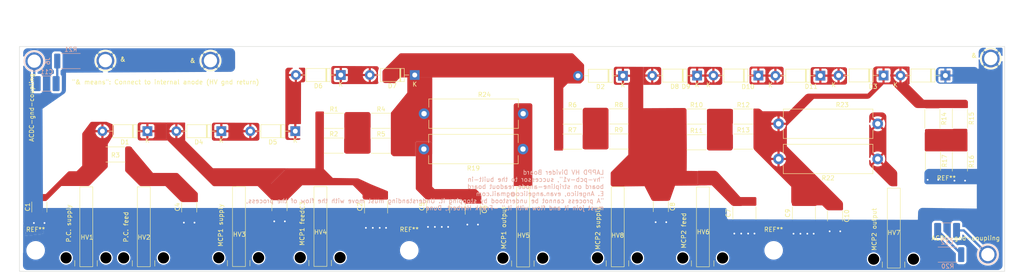
<source format=kicad_pcb>
(kicad_pcb (version 20221018) (generator pcbnew)
  (layers (0 "F.Cu" signal) (31 "B.Cu" signal) (34 "B.Paste" user) (35 "F.Paste" user) (36 "B.SilkS" user "B.Silkscreen") (37 "F.SilkS" user "F.Silkscreen") (38 "B.Mask" user) (39 "F.Mask" user) (44 "Edge.Cuts" user))
  (net 0 "")
  (net 1 "/supply-gnd")
  (net 2 "/cath-in")
  (net 3 "/mcp1input")
  (net 4 "/cath_out")
  (net 5 "/mcp1output")
  (net 6 "/mcp2input")
  (net 7 "/mcp2output")
  (net 8 "Net-(R1-Pad2)")
  (net 9 "Net-(R6-Pad2)")
  (net 10 "Net-(R10-Pad2)")
  (net 11 "Net-(R14-Pad2)")
  (net 12 "Net-(D2-A)")
  (net 13 "Net-(D11-K)")
  (net 14 "Net-(C11-Pad1)")
  (net 15 "Net-(J6-Pin_1)")
  (net 16 "Net-(C12-Pad1)")
  (net 17 "Net-(D4-K)")
  (net 18 "Net-(D5-K)")
  (net 19 "Net-(D6-K)")
  (net 20 "Net-(D8-K)")
  (net 21 "Net-(D10-A)")
  (net 22 "Net-(D10-K)")
  (footprint "MountingHole:MountingHole_3.7mm" (layer "F.Cu") (at 43.486 142.446)
    (fp_text reference "REF**")
    (fp_text value "MountingHole_3.7mm")
  )
  (footprint "Resistor_SMD:R_2512_6332Metric_Pad1.40x3.35mm_HandSolder" (layer "F.Cu") (at 61.531 120.781)
    (fp_text reference "R3")
    (fp_text value "100k")
  )
  (footprint "Capacitor_SMD:C_2220_5650Metric_Pad1.97x5.40mm_HandSolder" (layer "F.Cu") (at 134.438 132.556 90)
    (fp_text reference "C5")
    (fp_text value "1 nF")
  )
  (footprint "Capacitor_SMD:C_1812_4532Metric_Pad1.57x3.40mm_HandSolder" (layer "F.Cu") (at 184.761755 132.5694 -90)
    (fp_text reference "C8")
    (fp_text value "10 pF")
  )
  (footprint "Resistor_SMD:R_2512_6332Metric_Pad1.40x3.35mm_HandSolder" (layer "F.Cu") (at 246.121755 112.696899 -90)
    (fp_text reference "R14")
    (fp_text value "R")
  )
  (footprint "Resistor_SMD:R_2512_6332Metric_Pad1.40x3.35mm_HandSolder" (layer "F.Cu") (at 121.532 118.8)
    (fp_text reference "R5")
    (fp_text value "R")
  )
  (footprint "Capacitor_SMD:C_1812_4532Metric_Pad1.57x3.40mm_HandSolder" (layer "F.Cu") (at 78.188 132.651 90)
    (fp_text reference "C4")
    (fp_text value "100 pF")
  )
  (footprint "Diode_THT:D_DO-41_SOD81_P10.16mm_Horizontal" (layer "F.Cu") (at 192.971755 102.9599 180)
    (fp_text reference "D8")
    (fp_text value "Zener 200V")
  )
  (footprint "stripline-anode-footprints:SHV_cable_interface" (layer "F.Cu") (at 89.37 146.107)
    (fp_text reference "HV3")
    (fp_text value "Conn_01x02")
  )
  (footprint "stripline-anode-footprints:SHV_cable_interface" (layer "F.Cu") (at 237.348755 146.4369)
    (fp_text reference "HV7")
    (fp_text value "Conn_01x02")
  )
  (footprint "stripline-anode-footprints:SHV_cable_interface" (layer "F.Cu") (at 194.209755 146.1669)
    (fp_text reference "HV6")
    (fp_text value "Conn_01x02")
  )
  (footprint "stripline-anode-footprints:SHV_cable_interface" (layer "F.Cu") (at 54.869 146.145)
    (fp_text reference "HV1")
    (fp_text value "Conn_01x02")
  )
  (footprint "MountingHole:MountingHole_3.7mm" (layer "F.Cu") (at 249.292 130.825)
    (fp_text reference "REF**")
    (fp_text value "MountingHole_3.7mm")
  )
  (footprint "TestPoint:TestPoint_Plated_Hole_D3.0mm" (layer "F.Cu") (at 82.991 99.586)
    (fp_text reference "J3" hide)
    (fp_text value "Conn_01x01_Socket")
  )
  (footprint "Diode_THT:D_DO-41_SOD81_P10.16mm_Horizontal" (layer "F.Cu") (at 85.446 115.519 180)
    (fp_text reference "D4")
    (fp_text value "Zener 200V")
  )
  (footprint "Resistor_THT:R_Axial_Power_L20.0mm_W6.4mm_P22.40mm" (layer "F.Cu") (at 233.765 113.845 180)
    (fp_text reference "R23")
    (fp_text value "1M")
  )
  (footprint "Resistor_SMD:R_2512_6332Metric_Pad1.40x3.35mm_HandSolder" (layer "F.Cu") (at 252.345755 122.3779 -90)
    (fp_text reference "R16")
    (fp_text value "R")
  )
  (footprint "Resistor_THT:R_Axial_Power_L20.0mm_W6.4mm_P22.40mm" (layer "F.Cu") (at 153.655 111.563 180)
    (fp_text reference "R24")
    (fp_text value "1M")
  )
  (footprint "stripline-anode-footprints:SHV_cable_interface" (layer "F.Cu") (at 67.869 146.145)
    (fp_text reference "HV2")
    (fp_text value "Conn_01x02")
  )
  (footprint "Diode_THT:D_DO-41_SOD81_P10.16mm_Horizontal" (layer "F.Cu") (at 176.198755 103.0009 180)
    (fp_text reference "D2")
    (fp_text value "Zener 200V")
  )
  (footprint "Resistor_SMD:R_2512_6332Metric_Pad1.40x3.35mm_HandSolder" (layer "F.Cu") (at 121.535 113.169)
    (fp_text reference "R4")
    (fp_text value "R")
  )
  (footprint "Resistor_SMD:R_2512_6332Metric_Pad1.40x3.35mm_HandSolder" (layer "F.Cu") (at 175.246755 117.8479)
    (fp_text reference "R9")
    (fp_text value "R")
  )
  (footprint "Capacitor_SMD:C_2220_5650Metric_Pad1.97x5.40mm_HandSolder" (layer "F.Cu") (at 120.411 132.6295 90)
    (fp_text reference "C2")
    (fp_text value "1 nF")
  )
  (footprint "Resistor_SMD:R_2512_6332Metric_Pad1.40x3.35mm_HandSolder" (layer "F.Cu") (at 192.833755 112.2099)
    (fp_text reference "R10")
    (fp_text value "R")
  )
  (footprint "Capacitor_SMD:C_1812_4532Metric_Pad1.57x3.40mm_HandSolder" (layer "F.Cu") (at 142.266 133.1585 -90)
    (fp_text reference "C6")
    (fp_text value "10 pF")
  )
  (footprint "stripline-anode-footprints:SHV_cable_interface" (layer "F.Cu") (at 153.573 146.194)
    (fp_text reference "HV5")
    (fp_text value "Conn_01x02")
  )
  (footprint "Diode_THT:D_DO-41_SOD81_P10.16mm_Horizontal" (layer "F.Cu") (at 68.7334 115.519 180)
    (fp_text reference "D1")
    (fp_text value "Zener 200V")
  )
  (footprint "Resistor_SMD:R_2512_6332Metric_Pad1.40x3.35mm_HandSolder" (layer "F.Cu") (at 110.902 113.176)
    (fp_text reference "R1")
    (fp_text value "R")
  )
  (footprint "Capacitor_SMD:C_1812_4532Metric_Pad1.57x3.40mm_HandSolder" (layer "F.Cu") (at 224.124755 134.6759 -90)
    (fp_text reference "C10")
    (fp_text value "10 pF")
  )
  (footprint "TestPoint:TestPoint_Plated_Hole_D3.0mm" (layer "F.Cu") (at 259.316955 99.1029)
    (fp_text reference "J2" hide)
    (fp_text value "Conn_01x01_Socket")
  )
  (footprint "Resistor_SMD:R_2512_6332Metric_Pad1.40x3.35mm_HandSolder" (layer "F.Cu") (at 192.833755 118.0289)
    (fp_text reference "R11")
    (fp_text value "R")
  )
  (footprint "Diode_THT:D_DO-41_SOD81_P10.16mm_Horizontal" (layer "F.Cu") (at 206.796 102.944 180)
    (fp_text reference "D9")
    (fp_text value "Zener 200V")
  )
  (footprint "MountingHole:MountingHole_3.7mm" (layer "F.Cu") (at 210.254 142.446)
    (fp_text reference "REF**")
    (fp_text value "MountingHole_3.7mm")
  )
  (footprint "Capacitor_SMD:C_1812_4532Metric_Pad1.57x3.40mm_HandSolder" (layer "F.Cu") (at 44.327 132.651 90)
    (fp_text reference "C1")
    (fp_text value "100 pF")
  )
  (footprint "Resistor_SMD:R_2512_6332Metric_Pad1.40x3.35mm_HandSolder" (layer "F.Cu") (at 246.256757 122.241901 -90)
    (fp_text reference "R17")
    (fp_text value "R")
  )
  (footprint "Diode_THT:D_DO-41_SOD81_P10.16mm_Horizontal" (layer "F.Cu") (at 249.068 102.939 180)
    (fp_text reference "D3")
    (fp_text value "Zener 200V")
  )
  (footprint "Resistor_SMD:R_2512_6332Metric_Pad1.40x3.35mm_HandSolder" (layer "F.Cu") (at 164.761755 117.8799)
    (fp_text reference "R7")
    (fp_text value "R")
  )
  (footprint "Diode_THT:D_DO-41_SOD81_P10.16mm_Horizontal" (layer "F.Cu") (at 220.808 102.979 180)
    (fp_text reference "D10")
    (fp_text value "Zener 200V")
  )
  (footprint "Resistor_SMD:R_2512_6332Metric_Pad1.40x3.35mm_HandSolder" (layer "F.Cu") (at 164.787755 112.2199)
    (fp_text reference "R6")
    (fp_text value "R")
  )
  (footprint "Diode_THT:D_DO-41_SOD81_P10.16mm_Horizontal" (layer "F.Cu") (at 235.087 102.919 180)
    (fp_text reference "D11")
    (fp_text value "Zener 150V")
  )
  (footprint "Resistor_THT:R_Axial_Power_L20.0mm_W6.4mm_P22.40mm" (layer "F.Cu") (at 233.765 121.795 180)
    (fp_text reference "R22")
    (fp_text value "10k")
  )
  (footprint "Resistor_SMD:R_2512_6332Metric_Pad1.40x3.35mm_HandSolder" (layer "F.Cu") (at 110.855 118.781)
    (fp_text reference "R2")
    (fp_text value "R")
  )
  (footprint "MountingHole:MountingHole_3.7mm" (layer "F.Cu") (at 127.916 142.446)
    (fp_text reference "REF**")
    (fp_text value "MountingHole_3.7mm")
  )
  (footprint "Resistor_SMD:R_2512_6332Metric_Pad1.40x3.35mm_HandSolder" (layer "F.Cu") (at 203.399755 112.2099)
    (fp_text reference "R12")
    (fp_text value "R")
  )
  (footprint "stripline-anode-footprints:SHV_cable_interface" (layer "F.Cu") (at 107.779 146.074)
    (fp_text reference "HV4")
    (fp_text value "Conn_01x02")
  )
  (footprint "Capacitor_SMD:C_1812_4532Metric_Pad1.57x3.40mm_HandSolder" (layer "F.Cu") (at 98.585 132.3735 -90)
    (fp_text reference "C3")
    (fp_text value "10 pF")
  )
  (footprint "Resistor_SMD:R_2512_6332Metric_Pad1.40x3.35mm_HandSolder" (layer "F.Cu") (at 203.399755 117.8759)
    (fp_text reference "R13")
    (fp_text value "R")
  )
  (footprint "Resistor_SMD:R_2512_6332Metric_Pad1.40x3.35mm_HandSolder" (layer "F.Cu") (at 175.272755 112.1879)
    (fp_text reference "R8")
    (fp_text value "R")
  )
  (footprint "Resistor_THT:R_Axial_Power_L20.0mm_W6.4mm_P22.40mm" (layer "F.Cu") (at 153.610001 119.561001 180)
    (fp_text reference "R19")
    (fp_text value "10k")
  )
  (footprint "Capacitor_SMD:C_2220_5650Metric_Pad1.97x5.40mm_HandSolder" (layer "F.Cu") (at 217.093755 134.0479 90)
    (fp_text reference "C9")
    (fp_text value "1 nF")
  )
  (footprint "Diode_THT:D_DO-41_SOD81_P10.16mm_Horizontal" (layer "F.Cu") (at 112.4384 102.825 180)
    (fp_text reference "D6")
    (fp_text value "Zener 200V")
  )
  (footprint "stripline-anode-footprints:SHV_cable_interface" (layer "F.Cu") (at 174.960755 146.1549)
    (fp_text reference "HV8")
    (fp_text value "Conn_01x02")
  )
  (footprint "Resistor_SMD:R_2512_6332Metric_Pad1.40x3.35mm_HandSolder" (layer "F.Cu") (at 252.345756 112.6349 -90)
    (fp_text reference "R15")
    (fp_text value "R")
  )
  (footprint "Diode_THT:D_DO-41_SOD81_P10.16mm_Horizontal" (layer "F.Cu") (at 129.151 102.825 180)
    (fp_text reference "D7")
    (fp_text value "Zener 150V")
  )
  (footprint "TestPoint:TestPoint_Plated_Hole_D3.0mm" (layer "F.Cu") (at 59.253 99.585)
    (fp_text reference "J1" hide)
    (fp_text value "Conn_01x01_Socket")
  )
  (footprint "Diode_THT:D_DO-41_SOD81_P10.16mm_Horizontal" (layer "F.Cu") (at 102.1586 115.519 180)
    (fp_text reference "D5")
    (fp_text value "Zener 200V")
  )
  (footprint "Capacitor_SMD:C_2220_5650Metric_Pad1.97x5.40mm_HandSolder" (layer "F.Cu") (at 203.649755 134.0339 90)
    (fp_text reference "C7")
    (fp_text value "1 nF")
  )
  (footprint "Resistor_SMD:R_2512_6332Metric_Pad1.40x3.35mm_HandSolder" (layer "B.Cu") (at 249.581254 143.413901)
    (fp_text reference "R20")
    (fp_text value "R")
  )
  (footprint "TestPoint:TestPoint_Plated_Hole_D3.0mm" (layer "B.Cu") (at 43.169 99.695503 90)
    (fp_text reference "J6")
    (fp_text value "Conn_01x01_Socket")
  )
  (footprint "Capacitor_SMD:C_1812_4532Metric_Pad1.57x3.40mm_HandSolder" (layer "B.Cu") (at 249.449755 137.9519)
    (fp_text reference "C12")
    (fp_text value "10 pF")
  )
  (footprint "TestPoint:TestPoint_Plated_Hole_D3.0mm" (layer "B.Cu") (at 258.656755 143.3929 -90)
    (fp_text reference "J7" hide)
    (fp_text value "Conn_01x01_Socket")
  )
  (footprint "Resistor_SMD:R_2512_6332Metric_Pad1.40x3.35mm_HandSolder" (layer "B.Cu") (at 51.416 99.667 180)
    (fp_text reference "R21")
    (fp_text value "R")
  )
  (footprint "Capacitor_SMD:C_1812_4532Metric_Pad1.57x3.40mm_HandSolder" (layer "B.Cu") (at 45.971 104.769 180)
    (fp_text reference "C11")
    (fp_text value "10 pF")
  )
  (gr_line (start 39.832 96.386) (end 262.451 96.386) (stroke (width 0.1)) (layer "Edge.Cuts"))
  (gr_line (start 39.832 147.186) (end 39.832 96.386) (stroke (width 0.1)) (layer "Edge.Cuts"))
  (gr_line (start 262.451 96.386) (end 262.451 147.186) (stroke (width 0.1)) (layer "Edge.Cuts"))
  (gr_line (start 262.449 147.186) (end 39.832 147.186) (stroke (width 0.1)) (layer "Edge.Cuts"))
  (gr_text "LAPPD HV Divider Board\n{dblquote}hv-pcb-v1{dblquote}, successor to the built-in\nboard on stripline-anode readout board\nE. Angelico, evan.angelico@gmail.com\n{dblquote}A process cannot be understood by stopping it. Understanding must move with the flow of the process, \nmust join it and flow with it.{dblquote} -Frank Herbert, Dune" (at 171.994 133.463) (layer "B.SilkS") (effects (font (size 1 1)) (justify left bottom mirror)))
  (gr_text "MCP1 output" (at 149.861 142.275 90) (layer "F.SilkS") (effects (font (size 1 1)) (justify left bottom)))
  (gr_text "{dblquote}& means{dblquote}: Connect to internal anode (HV gnd return)" (at 51.6 105.009) (layer "F.SilkS") (effects (font (size 1 1)) (justify left bottom)))
  (gr_text "MCP1 supply" (at 85.88 141.711 90) (layer "F.SilkS") (effects (font (size 1 1)) (justify left bottom)))
  (gr_text "MCP1 feed" (at 104.29 141.49 90) (layer "F.SilkS") (effects (font (size 1 1)) (justify left bottom)))
  (gr_text "P.C. supply" (at 51.548 140.716 90) (layer "F.SilkS") (effects (font (size 1 1)) (justify left bottom)))
  (gr_text "&" (at 62.472 99.869) (layer "F.SilkS") (effects (font (size 1 1)) (justify left bottom)))
  (gr_text "ACDC-gnd-coupling\n" (at 245.844 140.268) (layer "F.SilkS") (effects (font (size 1 1)) (justify left bottom)))
  (gr_text "&" (at 254.829 99.015) (layer "F.SilkS") (effects (font (size 1 1)) (justify left bottom)))
  (gr_text "MCP2 feed" (at 190.529 142.1 90) (layer "F.SilkS") (effects (font (size 1 1)) (justify left bottom)))
  (gr_text "&" (at 78.262 100.174) (layer "F.SilkS") (effects (font (size 1 1)) (justify left bottom)))
  (gr_text "MCP2 supply" (at 171.112 142.405 90) (layer "F.SilkS") (effects (font (size 1 1)) (justify left bottom)))
  (gr_text "ACDC-gnd-coupling\n" (at 43.168 118.001 90) (layer "F.SilkS") (effects (font (size 1 1)) (justify left bottom)))
  (gr_text "MCP2 output\n" (at 233.574 142.617 90) (layer "F.SilkS") (effects (font (size 1 1)) (justify left bottom)))
  (gr_text "P.C. feed" (at 64.485 140.716 90) (layer "F.SilkS") (effects (font (size 1 1)) (justify left bottom)))
  (segment (start 44.327 134.7885) (end 44.327 135.106) (width 0.508) (layer "F.Cu") (net 1))
  (segment (start 44.327 134.7885) (end 44.327 135.032) (width 0.508) (layer "F.Cu") (net 1))
  (via (at 225.306 138.146) (size 0.8) (drill 0.4) (layers "F.Cu" "B.Cu") (net 1))
  (via (at 253.509 126.699) (size 0.8) (drill 0.4) (layers "F.Cu" "B.Cu") (net 1))
  (via (at 201.368 138.657) (size 0.8) (drill 0.4) (layers "F.Cu" "B.Cu") (net 1))
  (via (at 219.298 138.686) (size 0.8) (drill 0.4) (layers "F.Cu" "B.Cu") (net 1))
  (via (at 76.986 136.183) (size 0.8) (drill 0.4) (layers "F.Cu" "B.Cu") (net 1))
  (via (at 251.111 126.699) (size 0.8) (drill 0.4) (layers "F.Cu" "B.Cu") (net 1))
  (via (at 97.406 135.895) (size 0.8) (drill 0.4) (layers "F.Cu" "B.Cu") (net 1))
  (via (at 135.264 137.155) (size 0.8) (drill 0.4) (layers "F.Cu" "B.Cu") (net 1))
  (via (at 216.305 138.686) (size 0.8) (drill 0.4) (layers "F.Cu" "B.Cu") (net 1))
  (via (at 205.921 138.657) (size 0.8) (drill 0.4) (layers "F.Cu" "B.Cu") (net 1))
  (via (at 122.669 137.367) (size 0.8) (drill 0.4) (layers "F.Cu" "B.Cu") (net 1))
  (via (at 204.488 138.657) (size 0.8) (drill 0.4) (layers "F.Cu" "B.Cu") (net 1))
  (via (at 133.704 137.155) (size 0.8) (drill 0.4) (layers "F.Cu" "B.Cu") (net 1))
  (via (at 119.676 137.367) (size 0.8) (drill 0.4) (layers "F.Cu" "B.Cu") (net 1))
  (via (at 222.908 138.146) (size 0.8) (drill 0.4) (layers "F.Cu" "B.Cu") (net 1))
  (via (at 217.865 138.686) (size 0.8) (drill 0.4) (layers "F.Cu" "B.Cu") (net 1))
  (via (at 79.384 136.183) (size 0.8) (drill 0.4) (layers "F.Cu" "B.Cu") (net 1))
  (via (at 245.052 126.507) (size 0.8) (drill 0.4) (layers "F.Cu" "B.Cu") (net 1))
  (via (at 247.45 126.507) (size 0.8) (drill 0.4) (layers "F.Cu" "B.Cu") (net 1))
  (via (at 202.928 138.657) (size 0.8) (drill 0.4) (layers "F.Cu" "B.Cu") (net 1))
  (via (at 43.091 136.268) (size 0.8) (drill 0.4) (layers "F.Cu" "B.Cu") (net 1))
  (via (at 132.144 137.155) (size 0.8) (drill 0.4) (layers "F.Cu" "B.Cu") (net 1))
  (via (at 136.697 137.155) (size 0.8) (drill 0.4) (layers "F.Cu" "B.Cu") (net 1))
  (via (at 214.745 138.686) (size 0.8) (drill 0.4) (layers "F.Cu" "B.Cu") (net 1))
  (via (at 121.236 137.367) (size 0.8) (drill 0.4) (layers "F.Cu" "B.Cu") (net 1))
  (via (at 183.589 136.08) (size 0.8) (drill 0.4) (layers "F.Cu" "B.Cu") (net 1))
  (via (at 185.987 136.08) (size 0.8) (drill 0.4) (layers "F.Cu" "B.Cu") (net 1))
  (via (at 99.804 135.895) (size 0.8) (drill 0.4) (layers "F.Cu" "B.Cu") (net 1))
  (via (at 141.039 136.626) (size 0.8) (drill 0.4) (layers "F.Cu" "B.Cu") (net 1))
  (via (at 118.116 137.367) (size 0.8) (drill 0.4) (layers "F.Cu" "B.Cu") (net 1))
  (via (at 45.489 136.268) (size 0.8) (drill 0.4) (layers "F.Cu" "B.Cu") (net 1))
  (via (at 143.437 136.626) (size 0.8) (drill 0.4) (layers "F.Cu" "B.Cu") (net 1))
  (segment (start 48.366 99.667) (end 48.366 104.5115) (width 0.508) (layer "B.Cu") (net 14))
  (segment (start 48.366 104.5115) (end 48.1085 104.769) (width 0.508) (layer "B.Cu") (net 14))
  (segment (start 43.8335 104.769) (end 43.169 104.1045) (width 0.508) (layer "B.Cu") (net 15))
  (segment (start 43.169 104.1045) (end 43.169 99.695503) (width 0.508) (layer "B.Cu") (net 15))
  (segment (start 251.587255 137.9519) (end 253.215755 137.9519) (width 0.508) (layer "B.Cu") (net 15))
  (segment (start 253.215755 137.9519) (end 258.656755 143.3929) (width 0.508) (layer "B.Cu") (net 15))
  (segment (start 43.149 99.715503) (end 43.169 99.695503) (width 1.905) (layer "B.Cu") (net 15))
  (segment (start 252.631254 143.413901) (end 252.631254 143.270899) (width 0.508) (layer "B.Cu") (net 16))
  (segment (start 252.631254 143.270899) (end 247.312255 137.9519) (width 0.508) (layer "B.Cu") (net 16))
  (zone (net 1) (net_name "/supply-gnd") (layer "F.Cu") (priority 20) (connect_pads thru_hole_only (clearance 0.508)) (min_thickness 0.25) (fill yes (thermal_gap 0.5) (thermal_bridge_width 0.5) (smoothing fillet) (radius 0.508))
    (polygon (pts (xy 140.494 135.884) (xy 140.494 137.122) (xy 143.857 137.122) (xy 143.944 137.035) (xy 143.944 135.754) (xy 143.932 135.742) (xy 140.636 135.742)))
  )
  (zone (net 1) (net_name "/supply-gnd") (layer "F.Cu") (priority 19) (connect_pads thru_hole_only (clearance 0.508)) (min_thickness 0.25) (fill yes (thermal_gap 0.5) (thermal_bridge_width 0.5) (smoothing fillet) (radius 0.508))
    (polygon (pts (xy 200.944 137.338) (xy 200.944 139.001) (xy 201.034 139.091) (xy 206.469 139.091) (xy 206.469 137.436) (xy 206.297 137.264) (xy 201.018 137.264)))
  )
  (zone (net 20) (net_name "Net-(D8-K)") (layer "F.Cu") (priority 2) (connect_pads thru_hole_only (clearance 1)) (min_thickness 0.25) (fill yes (thermal_gap 0.5) (thermal_bridge_width 0.5) (smoothing fillet) (radius 0.508))
    (polygon (pts (xy 190.817453 100.955772) (xy 190.817453 105.0509) (xy 198.652704 105.0509) (xy 198.641669 100.994456)))
  )
  (zone (net 13) (net_name "Net-(D11-K)") (layer "F.Cu") (priority 15) (connect_pads thru_hole_only (clearance 1)) (min_thickness 0.25) (fill yes (thermal_gap 0.5) (thermal_bridge_width 0.5) (smoothing fillet) (radius 1.016))
    (polygon (pts (xy 237.234 100.894) (xy 237.234 105.157) (xy 242.372 110.295) (xy 254.116 110.295) (xy 254.153 110.258) (xy 254.153 108.753) (xy 253.823 108.423) (xy 244.207 108.423) (xy 240.547881 104.763881) (xy 240.547 100.899)))
  )
  (zone (net 22) (net_name "Net-(D10-K)") (layer "F.Cu") (priority 2) (connect_pads thru_hole_only (clearance 1)) (min_thickness 0.25) (fill yes (thermal_gap 0.5) (thermal_bridge_width 0.5) (smoothing fillet) (radius 0.508))
    (polygon (pts (xy 218.615453 101.031872) (xy 218.615453 105) (xy 226.844639 105) (xy 226.833954 101.072505)))
  )
  (zone (net 1) (net_name "/supply-gnd") (layer "F.Cu") (priority 19) (connect_pads thru_hole_only (clearance 0.508)) (min_thickness 0.25) (fill yes (thermal_gap 0.5) (thermal_bridge_width 0.5) (smoothing fillet) (radius 0.508))
    (polygon (pts (xy 214.321 137.367) (xy 214.321 139.03) (xy 214.411 139.12) (xy 219.846 139.12) (xy 219.846 137.465) (xy 219.674 137.293) (xy 214.395 137.293)))
  )
  (zone (net 1) (net_name "/supply-gnd") (layer "F.Cu") (priority 20) (connect_pads thru_hole_only (clearance 0.508)) (min_thickness 0.25) (fill yes (thermal_gap 0.5) (thermal_bridge_width 0.5) (smoothing fillet) (radius 0.508))
    (polygon (pts (xy 250.566 125.957) (xy 250.566 127.195) (xy 253.929 127.195) (xy 254.016 127.108) (xy 254.016 125.827) (xy 254.004 125.815) (xy 250.708 125.815)))
  )
  (zone (net 1) (net_name "/supply-gnd") (layer "F.Cu") (priority 19) (connect_pads thru_hole_only (clearance 0.508)) (min_thickness 0.25) (fill yes (thermal_gap 0.5) (thermal_bridge_width 0.5) (smoothing fillet) (radius 0.508))
    (polygon (pts (xy 131.72 135.836) (xy 131.72 137.499) (xy 131.81 137.589) (xy 137.245 137.589) (xy 137.245 135.934) (xy 137.073 135.762) (xy 131.794 135.762)))
  )
  (zone (net 21) (net_name "Net-(D10-A)") (layer "F.Cu") (priority 2) (connect_pads thru_hole_only (clearance 1)) (min_thickness 0.25) (fill yes (thermal_gap 0.5) (thermal_bridge_width 0.5) (smoothing fillet) (radius 0.508))
    (polygon (pts (xy 204.791453 100.904872) (xy 204.791453 105) (xy 212.517518 105) (xy 212.506481 100.943016)))
  )
  (zone (net 1) (net_name "/supply-gnd") (layer "F.Cu") (priority 20) (connect_pads thru_hole_only (clearance 0.508)) (min_thickness 0.25) (fill yes (thermal_gap 0.5) (thermal_bridge_width 0.5) (smoothing fillet) (radius 0.508))
    (polygon (pts (xy 222.363 137.404) (xy 222.363 138.642) (xy 225.726 138.642) (xy 225.813 138.555) (xy 225.813 137.274) (xy 225.801 137.262) (xy 222.505 137.262)))
  )
  (zone (net 11) (net_name "Net-(R14-Pad2)") (layer "F.Cu") (priority 16) (connect_pads thru_hole_only (clearance 1)) (min_thickness 0.25) (fill yes (thermal_gap 0.5) (thermal_bridge_width 0.5) (smoothing fillet) (radius 1.016))
    (polygon (pts (xy 244.339 115.038) (xy 254.055 115.038) (xy 254.055 119.957) (xy 253.933 120.079) (xy 244.583 120.079) (xy 244.4 119.896) (xy 244.4 115.007) (xy 244.37 115.007)))
  )
  (zone (net 19) (net_name "Net-(D6-K)") (layer "F.Cu") (priority 2) (connect_pads thru_hole_only (clearance 1)) (min_thickness 0.25) (fill yes (thermal_gap 0.5) (thermal_bridge_width 0.5) (smoothing fillet) (radius 0.508))
    (polygon (pts (xy 110.294 100.781872) (xy 110.294 104.877) (xy 121.031302 104.877) (xy 121.020306 100.834904)))
  )
  (zone (net 1) (net_name "/supply-gnd") (layer "F.Cu") (priority 20) (connect_pads thru_hole_only (clearance 0.508)) (min_thickness 0.25) (fill yes (thermal_gap 0.5) (thermal_bridge_width 0.5) (smoothing fillet) (radius 0.508))
    (polygon (pts (xy 244.507 125.765) (xy 244.507 127.003) (xy 247.87 127.003) (xy 247.957 126.916) (xy 247.957 125.635) (xy 247.945 125.623) (xy 244.649 125.623)))
  )
  (zone (net 1) (net_name "/supply-gnd") (layer "F.Cu") (priority 20) (connect_pads thru_hole_only (clearance 0.508)) (min_thickness 0.25) (fill yes (thermal_gap 0.5) (thermal_bridge_width 0.5) (smoothing fillet) (radius 0.508))
    (polygon (pts (xy 42.546 135.526) (xy 42.546 136.764) (xy 45.909 136.764) (xy 45.996 136.677) (xy 45.996 135.396) (xy 45.984 135.384) (xy 42.688 135.384)))
  )
  (zone (net 13) (net_name "Net-(D11-K)") (layer "F.Cu") (priority 13) (connect_pads thru_hole_only (clearance 1)) (min_thickness 0.25) (fill yes (thermal_gap 0.5) (thermal_bridge_width 0.5) (smoothing fillet) (radius 1.016))
    (polygon (pts (xy 232.584 100.871682) (xy 232.584 105.927) (xy 231.473 107.038) (xy 217.725 107.038) (xy 213.741 111.022) (xy 207.743 111.022) (xy 207.129 110.408) (xy 205.733 110.408) (xy 205.693 110.448) (xy 205.693 119.548) (xy 214.227 128.082) (xy 214.227 132.406) (xy 219.85 132.406) (xy 219.975 132.281) (xy 221.225 132.281) (xy 222.349 133.405) (xy 225.765 133.405) (xy 225.931 133.239) (xy 225.931 131.615) (xy 213.243 118.927) (xy 213.243 114.311) (xy 219.347 108.207) (xy 231.821 108.207) (xy 236.593 103.435) (xy 236.593 101.13) (xy 236.334682 100.871682)))
  )
  (zone (net 17) (net_name "Net-(D4-K)") (layer "F.Cu") (priority 2) (connect_pads thru_hole_only (clearance 1)) (min_thickness 0.25) (fill yes (thermal_gap 0.5) (thermal_bridge_width 0.5) (smoothing fillet) (radius 0.508))
    (polygon (pts (xy 83.312 113.580872) (xy 83.312 117.676) (xy 94.049302 117.676) (xy 94.038306 113.633904)))
  )
  (zone (net 2) (net_name "/cath-in") (layer "F.Cu") (connect_pads thru_hole_only (clearance 1)) (min_thickness 0.25) (fill yes (thermal_gap 0.5) (thermal_bridge_width 0.5) (smoothing fillet) (radius 0.508))
    (polygon (pts (xy 61.115 114.068) (xy 61.115 116.249552) (xy 60.291967 117.652967) (xy 59.794 118.422) (xy 59.794 123.651) (xy 55.541 127.904) (xy 49.296 127.904) (xy 46.01417 131.18583) (xy 44.35547 131.14653) (xy 50.934 124.568) (xy 52.755 124.568) (xy 54.011 123.312) (xy 54.011 116.027) (xy 55.97 113.399) (xy 59.534 113.399)))
  )
  (zone (net 13) (net_name "Net-(D11-K)") (layer "F.Cu") (priority 2) (connect_pads thru_hole_only (clearance 1)) (min_thickness 0.25) (fill yes (thermal_gap 0.5) (thermal_bridge_width 0.5) (smoothing fillet) (radius 0.508))
    (polygon (pts (xy 232.584 100.871682) (xy 232.584 104.932) (xy 240.977881 104.932) (xy 240.966947 100.913127)))
  )
  (zone (net 6) (net_name "/mcp2input") (layer "F.Cu") (priority 11) (connect_pads thru_hole_only (clearance 1)) (min_thickness 0.25) (fill yes (thermal_gap 0.5) (thermal_bridge_width 0.5) (smoothing fillet) (radius 0.508))
    (polygon (pts (xy 173.426755 128.0139) (xy 173.426755 124.8379) (xy 177.404755 120.8599) (xy 177.404755 100.9699) (xy 180.789755 100.983) (xy 180.789755 110.323936) (xy 190.558186 110.277863) (xy 190.635755 119.8619) (xy 190.616755 123.721676) (xy 190.597755 124.490155) (xy 195.26246 124.54805) (xy 195.251342 127.794262) (xy 187.964 127.847) (xy 186.766296 131.248358) (xy 182.805368 131.286068) (xy 181.080755 127.953626) (xy 175.728755 128.0139)))
  )
  (zone (net 7) (net_name "/mcp2output") (layer "F.Cu") (priority 14) (connect_pads thru_hole_only (clearance 1)) (min_thickness 0.25) (fill yes (thermal_gap 0.5) (thermal_bridge_width 0.5) (smoothing fillet) (radius 1.016))
    (polygon (pts (xy 238.185 124.685) (xy 235.722 122.222) (xy 235.722 111.275) (xy 231.845 111.275) (xy 231.845 123.18) (xy 236.634 127.969) (xy 238.093 127.969) (xy 238.185 127.877)))
  )
  (zone (net 10) (net_name "Net-(R10-Pad2)") (layer "F.Cu") (priority 6) (connect_pads thru_hole_only (clearance 1)) (min_thickness 0.25) (fill yes (thermal_gap 0.5) (thermal_bridge_width 0.5) (smoothing fillet) (radius 0.508))
    (polygon (pts (xy 195.107 110.4639) (xy 200.992 110.4639) (xy 200.992 120.1149) (xy 201.226 119.8809) (xy 195.166 119.8809) (xy 195.194 119.9089) (xy 195.194 110.3769)))
  )
  (zone (net 9) (net_name "Net-(R6-Pad2)") (layer "F.Cu") (priority 6) (connect_pads thru_hole_only (clearance 1)) (min_thickness 0.25) (fill yes (thermal_gap 0.5) (thermal_bridge_width 0.5) (smoothing fillet) (radius 0.508))
    (polygon (pts (xy 166.965755 110.2279) (xy 172.937755 110.2279) (xy 172.937755 119.7919) (xy 173.084755 119.6449) (xy 167.024755 119.6449) (xy 167.135755 119.7559) (xy 167.135755 110.0579)))
  )
  (zone (net 3) (net_name "/mcp1input") (layer "F.Cu") (priority 3) (connect_pads thru_hole_only (clearance 1)) (min_thickness 0.25) (fill yes (thermal_gap 0.5) (thermal_bridge_width 0.5) (smoothing fillet) (radius 0.508))
    (polygon (pts (xy 93.663 127.926) (xy 96.849 131.112) (xy 100.563 131.112) (xy 100.563 123.895) (xy 83.549302 123.895) (xy 77.273306 117.619004) (xy 77.273306 113.587904) (xy 77.248402 113.563) (xy 72.959 113.563) (xy 72.959 117.281) (xy 83.626 127.948) (xy 88.831 127.948) (xy 88.853 127.926)))
  )
  (zone (net 12) (net_name "Net-(D2-A)") (layer "F.Cu") (priority 9) (connect_pads yes (clearance 1)) (min_thickness 0.25) (fill yes (thermal_gap 0.5) (thermal_bridge_width 0.5) (smoothing fillet) (radius 0.508))
    (polygon (pts (xy 125.839755 97.9159) (xy 164.874755 97.9159) (xy 167.423755 100.4649) (xy 167.423755 103.9649) (xy 166.640755 104.7479) (xy 163.713755 104.7479) (xy 162.721755 105.7399) (xy 162.721755 119.7419) (xy 162.565755 119.8979) (xy 160.736755 119.8979) (xy 160.631755 119.7929) (xy 160.5939 103.384195) (xy 125.85046 103.384195) (xy 124.794755 104.4399) (xy 124.794755 104.6439) (xy 122.234755 104.6439) (xy 121.858755 104.2679) (xy 121.858755 101.8969)))
  )
  (zone (net 6) (net_name "/mcp2input") (layer "F.Cu") (priority 12) (connect_pads thru_hole_only (clearance 1)) (min_thickness 0.25) (fill yes (thermal_gap 0.5) (thermal_bridge_width 0.5) (smoothing fillet) (radius 1.016))
    (polygon (pts (xy 193.346 127.748) (xy 196.267 127.748) (xy 200.942 132.423) (xy 204.545407 132.423) (xy 197.365407 124.483) (xy 193.139 124.483) (xy 193.139 127.541)))
  )
  (zone (net 1) (net_name "/supply-gnd") (layer "F.Cu") (priority 19) (connect_pads thru_hole_only (clearance 0.508)) (min_thickness 0.25) (fill yes (thermal_gap 0.5) (thermal_bridge_width 0.5) (smoothing fillet) (radius 0.508))
    (polygon (pts (xy 117.692 136.048) (xy 117.692 137.711) (xy 117.782 137.801) (xy 123.217 137.801) (xy 123.217 136.146) (xy 123.045 135.974) (xy 117.766 135.974)))
  )
  (zone (net 18) (net_name "Net-(D5-K)") (layer "F.Cu") (priority 5) (connect_pads thru_hole_only (clearance 1)) (min_thickness 0.25) (fill yes (thermal_gap 0.5) (thermal_bridge_width 0.5) (smoothing fillet) (radius 0.508))
    (polygon (pts (xy 103.466 104.56) (xy 103.546 104.48) (xy 104.394 104.48) (xy 104.394 101.292) (xy 104.273 101.171) (xy 100.319 101.171) (xy 99.916 101.574) (xy 99.916 117.495) (xy 102.393 117.495) (xy 103.426 117.484)))
  )
  (zone (net 3) (net_name "/mcp1input") (layer "F.Cu") (priority 4) (connect_pads thru_hole_only (clearance 1)) (min_thickness 0.25) (fill yes (thermal_gap 0.5) (thermal_bridge_width 0.5) (smoothing fillet) (radius 0.508))
    (polygon (pts (xy 96.849 131.112) (xy 100.318 131.112) (xy 103.73 127.744) (xy 106.424 127.733) (xy 115.168 127.733) (xy 117.366 129.931) (xy 117.366 130.938) (xy 123.228 130.938) (xy 123.106 131.06) (xy 123.106 129.096) (xy 119.362781 127.568219) (xy 116.333952 126.175883) (xy 110.635 126.085) (xy 108.621 124.071) (xy 108.621 111.113) (xy 108.667 111.067) (xy 106.881 111.067) (xy 106.698 111.25) (xy 106.698 123.979) (xy 106.744 124.025) (xy 106.859 123.91) (xy 100.164 123.91) (xy 96.671 127.403) (xy 96.671 130.934)))
  )
  (zone (net 12) (net_name "Net-(D2-A)") (layer "F.Cu") (priority 7) (connect_pads yes (clearance 1)) (min_thickness 0.25) (fill yes (thermal_gap 0.5) (thermal_bridge_width 0.5) (smoothing fillet) (radius 0.508))
    (polygon (pts (xy 123.754 111.32) (xy 123.754 120.682) (xy 124.249 121.177) (xy 132.621 121.177) (xy 133.116 120.682) (xy 133.116 101.016) (xy 128.213 101.016) (xy 127.469 101.76) (xy 127.469 106.812) (xy 123.952 111.122)))
  )
  (zone (net 5) (net_name "/mcp1output") (layer "F.Cu") (priority 10) (connect_pads yes (clearance 1)) (min_thickness 0.25) (fill yes (thermal_gap 0.5) (thermal_bridge_width 0.5) (smoothing fillet) (radius 0.508))
    (polygon (pts (xy 151.523 127.908) (xy 151.512 127.897) (xy 151.512 109.212) (xy 155.729 109.212) (xy 155.729 127.844) (xy 155.665 127.908)))
  )
  (zone (net 1) (net_name "/supply-gnd") (layer "F.Cu") (priority 20) (connect_pads thru_hole_only (clearance 0.508)) (min_thickness 0.25) (fill yes (thermal_gap 0.5) (thermal_bridge_width 0.5) (smoothing fillet) (radius 0.508))
    (polygon (pts (xy 96.861 135.153) (xy 96.861 136.391) (xy 100.224 136.391) (xy 100.311 136.304) (xy 100.311 135.023) (xy 100.299 135.011) (xy 97.003 135.011)))
  )
  (zone (net 1) (net_name "/supply-gnd") (layer "F.Cu") (priority 20) (connect_pads thru_hole_only (clearance 0.508)) (min_thickness 0.25) (fill yes (thermal_gap 0.5) (thermal_bridge_width 0.5) (smoothing fillet) (radius 0.508))
    (polygon (pts (xy 76.441 135.441) (xy 76.441 136.679) (xy 79.804 136.679) (xy 79.891 136.592) (xy 79.891 135.311) (xy 79.879 135.299) (xy 76.583 135.299)))
  )
  (zone (net 8) (net_name "Net-(R1-Pad2)") (layer "F.Cu") (priority 6) (connect_pads thru_hole_only (clearance 1)) (min_thickness 0.25) (fill yes (thermal_gap 0.5) (thermal_bridge_width 0.5) (smoothing fillet) (radius 0.508))
    (polygon (pts (xy 113.176 111.197) (xy 119.143 111.197) (xy 119.143 120.766) (xy 119.295 120.614) (xy 113.235 120.614) (xy 113.246 120.625) (xy 113.246 111.127)))
  )
  (zone (net 12) (net_name "Net-(D2-A)") (layer "F.Cu") (priority 8) (connect_pads yes (clearance 1)) (min_thickness 0.25) (fill yes (thermal_gap 0.5) (thermal_bridge_width 0.5) (smoothing fillet) (radius 0.508))
    (polygon (pts (xy 144.197 131.893) (xy 140.45 131.893) (xy 139.728 130.9) (xy 131.737 130.9) (xy 131.692 130.945) (xy 129.389 128.642) (xy 129.389 117.988) (xy 129.479 117.898) (xy 132.73 117.898) (xy 133.091 118.259) (xy 133.091 128.056) (xy 133.632 128.597) (xy 142.978 128.597) (xy 144.197 129.816) (xy 144.197 131.577) (xy 144.152 131.622) (xy 144.197 131.667)))
  )
  (zone (net 6) (net_name "/mcp2input") (layer "F.Cu") (priority 2) (connect_pads thru_hole_only (clearance 1)) (min_thickness 0.25) (fill yes (thermal_gap 0.5) (thermal_bridge_width 0.5) (smoothing fillet) (radius 0.508))
    (polygon (pts (xy 174.123755 100.949772) (xy 174.123755 105.0449) (xy 184.861057 105.0449) (xy 184.850061 101.002804)))
  )
  (zone (net 4) (net_name "/cath_out") (layer "F.Cu") (priority 1) (connect_pads thru_hole_only (clearance 1)) (min_thickness 0.25) (fill yes (thermal_gap 0.5) (thermal_bridge_width 0.5) (smoothing fillet) (radius 0.508))
    (polygon (pts (xy 63.705 119.224) (xy 63.705 124.545) (xy 67.079 127.919) (xy 72.807 127.919) (xy 76.429 131.541) (xy 80.097 131.541) (xy 80.142 131.496) (xy 80.142 129.525) (xy 75.57 124.953) (xy 70 124.953) (xy 64.945899 118.948616) (xy 63.988 118.941)))
  )
  (zone (net 3) (net_name "/mcp1input") (layer "F.Cu") (priority 2) (connect_pads thru_hole_only (clearance 1)) (min_thickness 0.25) (fill yes (thermal_gap 0.5) (thermal_bridge_width 0.5) (smoothing fillet) (radius 0.508))
    (polygon (pts (xy 66.547 113.534872) (xy 66.547 117.63) (xy 77.284302 117.63) (xy 77.273306 113.587904)))
  )
  (zone (net 1) (net_name "/supply-gnd") (layer "F.Cu") (priority 20) (connect_pads thru_hole_only (clearance 0.508)) (min_thickness 0.25) (fill yes (thermal_gap 0.5) (thermal_bridge_width 0.5) (smoothing fillet) (radius 0.508))
    (polygon (pts (xy 183.044 135.338) (xy 183.044 136.576) (xy 186.407 136.576) (xy 186.494 136.489) (xy 186.494 135.208) (xy 186.482 135.196) (xy 183.186 135.196)))
  )
  (zone (net 1) (net_name "/supply-gnd") (layer "B.Cu") (priority 18) (connect_pads thru_hole_only (clearance 0.508)) (min_thickness 0.25) (fill yes (thermal_gap 0.5) (thermal_bridge_width 0.5) (smoothing fillet) (radius 1.016))
    (polygon (pts (xy 40.676 135.614) (xy 40.676 96.788) (xy 88.561 96.788) (xy 88.561 102.104) (xy 50.358 102.298) (xy 50.326406 106.774292) (xy 45.042 110.459) (xy 45.165 138.713) (xy 41.242 139.172)))
  )
  (zone (net 1) (net_name "/supply-gnd") (layer "B.Cu") (priority 17) (connect_pads thru_hole_only (clearance 0.508)) (min_thickness 0.25) (fill yes (thermal_gap 0.5) (thermal_bridge_width 0.5) (smoothing fillet) (radius 1.016))
    (polygon (pts (xy 40.663 132.869) (xy 199.448 132.869) (xy 199.685 133.106) (xy 199.685 135.173) (xy 199.948 135.436) (xy 242.841 135.538) (xy 242.932 132.83) (xy 256.164 133.01) (xy 256.164 127.514) (xy 244.284 127.514) (xy 244.322 126.285) (xy 244.322 124.042) (xy 256.226 124.042) (xy 256.226 104.693) (xy 256.331 104.798) (xy 246.888 104.798) (xy 246.888 101.007) (xy 255.967 101.007) (xy 256.436 101.476) (xy 256.582 101.33) (xy 256.582 96.664) (xy 261.831 96.664) (xy 261.977 96.81) (xy 261.977 146.251) (xy 261.35 146.878) (xy 40.623 146.878) (xy 40.623 143.032) (xy 40.661 142.994) (xy 40.661 132.871)))
  )
)
</source>
